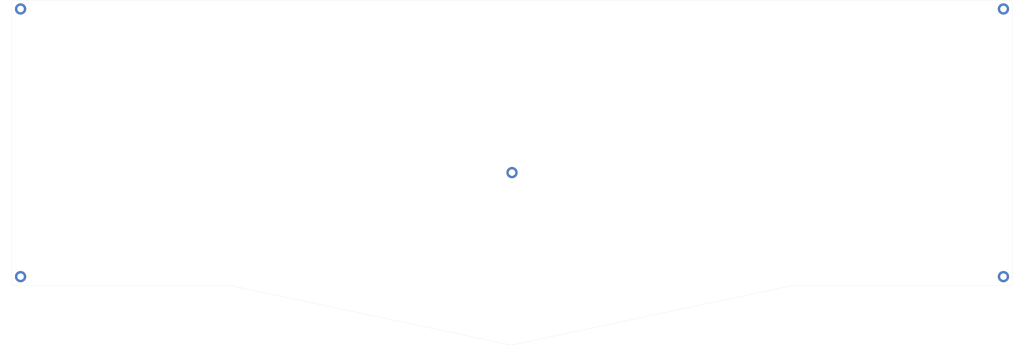
<source format=kicad_pcb>
(kicad_pcb (version 20241229) (generator "pcbnew") (generator_version "9.0")
  (layers (0 "F.Cu" signal) (2 "B.Cu" signal) (13 "F.Paste" user) (15 "B.Paste" user) (5 "F.SilkS" user "F.Silkscreen") (7 "B.SilkS" user "B.Silkscreen") (1 "F.Mask" user) (3 "B.Mask" user) (25 "Edge.Cuts" user))
  (net 0 "")
  (net 1 "GND")
  (footprint "MountingHole:MountingHole_2.2mm_M2_DIN965_Pad" (layer "F.Cu") (at 377.075 167.089997)
    (property "Reference" "H10" (hide yes))
    (property "Value" "MountingHole_Pad")
    (pad "1" thru_hole circle (at 0 0) (size 3.8 3.8) (drill 2.2) (layers "*.Cu" "*.Mask") (net 1 "GND"))
  )
  (footprint "MountingHole:MountingHole_2.2mm_M2_DIN965_Pad" (layer "F.Cu") (at 45.825 167.089997)
    (property "Reference" "H7" (hide yes))
    (property "Value" "MountingHole_Pad")
    (pad "1" thru_hole circle (at 0 0) (size 3.8 3.8) (drill 2.2) (layers "*.Cu" "*.Mask") (net 1 "GND"))
  )
  (footprint "MountingHole:MountingHole_2.2mm_M2_DIN965_Pad" (layer "F.Cu") (at 45.825 76.751997)
    (property "Reference" "H6" (hide yes))
    (property "Value" "MountingHole_Pad")
    (pad "1" thru_hole circle (at 0 0) (size 3.8 3.8) (drill 2.2) (layers "*.Cu" "*.Mask") (net 1 "GND"))
  )
  (footprint "MountingHole:MountingHole_2.2mm_M2_DIN965_Pad" (layer "F.Cu") (at 211.45 131.979998)
    (property "Reference" "H8" (hide yes))
    (property "Value" "MountingHole_Pad")
    (pad "1" thru_hole circle (at 0 0) (size 3.8 3.8) (drill 2.2) (layers "*.Cu" "*.Mask"))
  )
  (footprint "MountingHole:MountingHole_2.2mm_M2_DIN965_Pad" (layer "F.Cu") (at 377.075 76.751997)
    (property "Reference" "H9" (hide yes))
    (property "Value" "MountingHole_Pad")
    (pad "1" thru_hole circle (at 0 0) (size 3.8 3.8) (drill 2.2) (layers "*.Cu" "*.Mask") (net 1 "GND"))
  )
  (gr_arc (start 380.075 169.089997) (mid 379.782109 169.797105) (end 379.075003 170.09) (stroke (width 0.05)) (layer "Edge.Cuts"))
  (gr_arc (start 43.835004 170.090001) (mid 43.127897 169.797106) (end 42.835005 169.089998) (stroke (width 0.05)) (layer "Edge.Cuts"))
  (gr_line (start 380.075001 74.750001) (end 380.075002 169.089999) (stroke (width 0.05)) (layer "Edge.Cuts"))
  (gr_line (start 305.885002 170.09) (end 379.075003 170.09) (stroke (width 0.05)) (layer "Edge.Cuts"))
  (gr_arc (start 379.075001 73.749997) (mid 379.782109 74.042892) (end 380.075001 74.750001) (stroke (width 0.05)) (layer "Edge.Cuts"))
  (gr_line (start 42.835006 74.749999) (end 42.835005 169.089998) (stroke (width 0.05)) (layer "Edge.Cuts"))
  (gr_arc (start 42.835005 74.750003) (mid 43.127896 74.042895) (end 43.835002 73.75) (stroke (width 0.05)) (layer "Edge.Cuts"))
  (gr_line (start 43.835001 170.09) (end 116.525004 170.090002) (stroke (width 0.05)) (layer "Edge.Cuts"))
  (gr_line (start 43.835002 73.750006) (end 379.075001 73.749997) (stroke (width 0.05)) (layer "Edge.Cuts"))
  (gr_line (start 116.525004 170.090002) (end 211.205001 190.21) (stroke (width 0.05)) (layer "Edge.Cuts"))
  (gr_line (start 211.205001 190.21) (end 305.885002 170.09) (stroke (width 0.05)) (layer "Edge.Cuts"))
)
</source>
